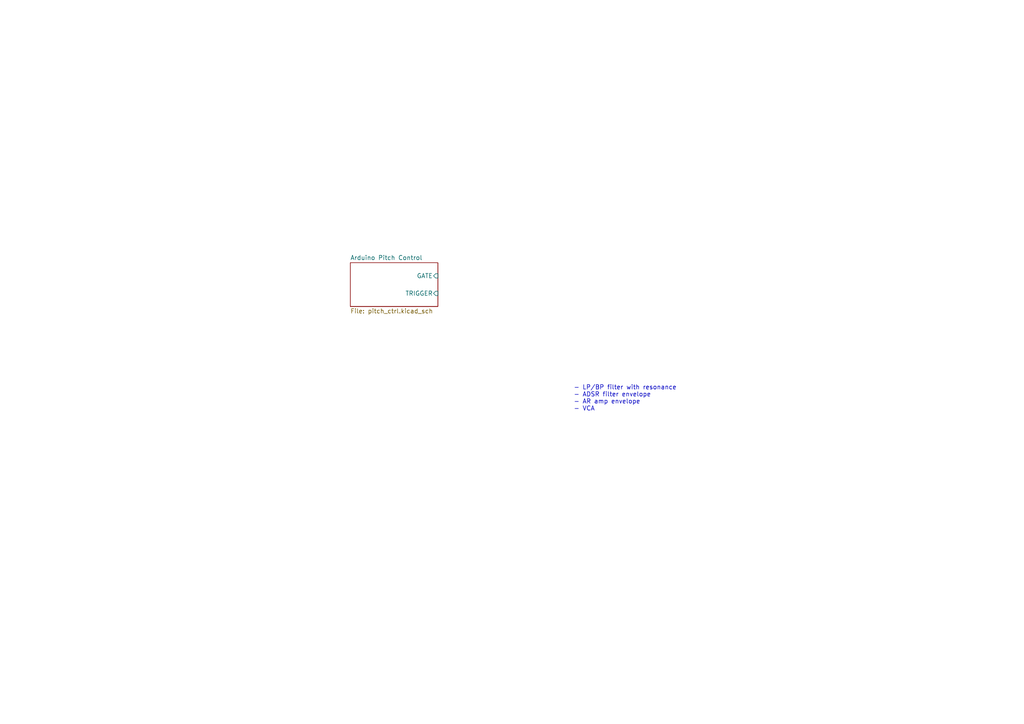
<source format=kicad_sch>
(kicad_sch (version 20211123) (generator eeschema)

  (uuid 66db7fb5-97bd-41d5-8b80-b404e38cc1ef)

  (paper "A4")

  (lib_symbols
  )


  (text "- LP/BP filter with resonance\n- ADSR filter envelope\n- AR amp envelope\n- VCA"
    (at 166.37 119.38 0)
    (effects (font (size 1.27 1.27)) (justify left bottom))
    (uuid b538188c-1fa6-4b6f-b9fa-13f7d454e95a)
  )

  (sheet (at 101.6 76.2) (size 25.4 12.7) (fields_autoplaced)
    (stroke (width 0.1524) (type solid) (color 0 0 0 0))
    (fill (color 0 0 0 0.0000))
    (uuid 70041d28-0d0e-47b2-b2a3-fbd3544e71b8)
    (property "Sheet name" "Arduino Pitch Control" (id 0) (at 101.6 75.4884 0)
      (effects (font (size 1.27 1.27)) (justify left bottom))
    )
    (property "Sheet file" "pitch_ctrl.kicad_sch" (id 1) (at 101.6 89.4846 0)
      (effects (font (size 1.27 1.27)) (justify left top))
    )
    (pin "GATE" input (at 127 80.01 0)
      (effects (font (size 1.27 1.27)) (justify right))
      (uuid f02ed2c1-9f2f-4705-94b7-a7b45f46b7a5)
    )
    (pin "TRIGGER" input (at 127 85.09 0)
      (effects (font (size 1.27 1.27)) (justify right))
      (uuid 3ab52fbd-d656-4a52-83c1-324b52654c3c)
    )
  )

  (sheet_instances
    (path "/" (page "1"))
    (path "/70041d28-0d0e-47b2-b2a3-fbd3544e71b8" (page "2"))
  )

  (symbol_instances
    (path "/70041d28-0d0e-47b2-b2a3-fbd3544e71b8/06165412-a171-47b8-82ec-523e7395e957"
      (reference "#PWR?") (unit 1) (value "GND") (footprint "")
    )
    (path "/70041d28-0d0e-47b2-b2a3-fbd3544e71b8/1a564573-85ac-413f-a3c6-dc13f65ef106"
      (reference "#PWR?") (unit 1) (value "+5V") (footprint "")
    )
    (path "/70041d28-0d0e-47b2-b2a3-fbd3544e71b8/22a0456e-2a10-42fc-8d3f-8358f77af847"
      (reference "#PWR?") (unit 1) (value "GND") (footprint "")
    )
    (path "/70041d28-0d0e-47b2-b2a3-fbd3544e71b8/3d2ee309-bb87-4561-931d-8c2c2b88e863"
      (reference "#PWR?") (unit 1) (value "+5V") (footprint "")
    )
    (path "/70041d28-0d0e-47b2-b2a3-fbd3544e71b8/40818d54-d045-454b-9e95-502943f5905f"
      (reference "#PWR?") (unit 1) (value "GND") (footprint "")
    )
    (path "/70041d28-0d0e-47b2-b2a3-fbd3544e71b8/412fe65a-7dff-4b17-a886-21845953ce89"
      (reference "#PWR?") (unit 1) (value "GND") (footprint "")
    )
    (path "/70041d28-0d0e-47b2-b2a3-fbd3544e71b8/56b4508a-5b52-4b5c-bd76-615bbeb61c1b"
      (reference "#PWR?") (unit 1) (value "GND") (footprint "")
    )
    (path "/70041d28-0d0e-47b2-b2a3-fbd3544e71b8/5b3f1c74-5b08-47cc-a251-5c0a5188a807"
      (reference "#PWR?") (unit 1) (value "+15V") (footprint "")
    )
    (path "/70041d28-0d0e-47b2-b2a3-fbd3544e71b8/5d2e0af0-b202-407c-b2ce-ae9462ba4629"
      (reference "#PWR?") (unit 1) (value "GND") (footprint "")
    )
    (path "/70041d28-0d0e-47b2-b2a3-fbd3544e71b8/5e17ee1e-8e69-44b1-bc59-86e4b12e5a1d"
      (reference "#PWR?") (unit 1) (value "GND") (footprint "")
    )
    (path "/70041d28-0d0e-47b2-b2a3-fbd3544e71b8/604aef91-dffb-45ad-9e29-89309b998afd"
      (reference "#PWR?") (unit 1) (value "+5V") (footprint "")
    )
    (path "/70041d28-0d0e-47b2-b2a3-fbd3544e71b8/632dc8d9-5b94-47c2-84ed-dcbafda008a8"
      (reference "#PWR?") (unit 1) (value "+15V") (footprint "")
    )
    (path "/70041d28-0d0e-47b2-b2a3-fbd3544e71b8/730172a8-ac28-48d1-b7ef-7887099dd045"
      (reference "#PWR?") (unit 1) (value "+5V") (footprint "")
    )
    (path "/70041d28-0d0e-47b2-b2a3-fbd3544e71b8/785deb6b-b31e-42b0-9f05-ac233cecdadc"
      (reference "#PWR?") (unit 1) (value "GND") (footprint "")
    )
    (path "/70041d28-0d0e-47b2-b2a3-fbd3544e71b8/826bbf56-c7e8-4ef0-a42f-b75c4c110278"
      (reference "#PWR?") (unit 1) (value "+5V") (footprint "")
    )
    (path "/70041d28-0d0e-47b2-b2a3-fbd3544e71b8/908651d4-f7cb-475d-bd5b-cba446bee060"
      (reference "#PWR?") (unit 1) (value "GND") (footprint "")
    )
    (path "/70041d28-0d0e-47b2-b2a3-fbd3544e71b8/b4361d21-cdd7-4afc-b74f-d7c9ad829960"
      (reference "#PWR?") (unit 1) (value "GND") (footprint "")
    )
    (path "/70041d28-0d0e-47b2-b2a3-fbd3544e71b8/b6195b23-6718-45e5-82e9-b63795d9c12b"
      (reference "#PWR?") (unit 1) (value "+5V") (footprint "")
    )
    (path "/70041d28-0d0e-47b2-b2a3-fbd3544e71b8/c55b4f89-c7fa-4a6c-8377-9f9d26185960"
      (reference "#PWR?") (unit 1) (value "GND") (footprint "")
    )
    (path "/70041d28-0d0e-47b2-b2a3-fbd3544e71b8/d6c58ee7-6624-42ea-97d6-3d5513844f42"
      (reference "#PWR?") (unit 1) (value "+5V") (footprint "")
    )
    (path "/70041d28-0d0e-47b2-b2a3-fbd3544e71b8/d946937a-839c-471c-b9e0-27c9a840c558"
      (reference "#PWR?") (unit 1) (value "GND") (footprint "")
    )
    (path "/70041d28-0d0e-47b2-b2a3-fbd3544e71b8/e18f28ae-4e98-4e50-8f69-4ee6c476f6dc"
      (reference "#PWR?") (unit 1) (value "+5V") (footprint "")
    )
    (path "/70041d28-0d0e-47b2-b2a3-fbd3544e71b8/fa13348e-d6ba-4ca9-a0ef-0f82c5726989"
      (reference "#PWR?") (unit 1) (value "GND") (footprint "")
    )
    (path "/70041d28-0d0e-47b2-b2a3-fbd3544e71b8/ff360410-573f-4148-a377-df86d9484a45"
      (reference "#PWR?") (unit 1) (value "+15V") (footprint "")
    )
    (path "/70041d28-0d0e-47b2-b2a3-fbd3544e71b8/30c0e7ef-523b-455d-b5ab-a60328d618f1"
      (reference "A?") (unit 1) (value "Arduino_Nano_v3.x") (footprint "Module:Arduino_Nano")
    )
    (path "/70041d28-0d0e-47b2-b2a3-fbd3544e71b8/735b468b-a99a-4074-b637-44ac8936bb32"
      (reference "C?") (unit 1) (value "0.1uF") (footprint "Capacitors_THT:C_Disc_D3.0mm_W1.6mm_P2.50mm")
    )
    (path "/70041d28-0d0e-47b2-b2a3-fbd3544e71b8/a1216d81-0b94-4cbd-948d-9becc7c9a2c1"
      (reference "C?") (unit 1) (value "0.1uF") (footprint "Capacitors_THT:C_Disc_D3.0mm_W1.6mm_P2.50mm")
    )
    (path "/70041d28-0d0e-47b2-b2a3-fbd3544e71b8/cb391593-be60-480f-94a5-ac77471a3ed7"
      (reference "C?") (unit 1) (value "0.1uF") (footprint "Capacitors_THT:C_Disc_D3.0mm_W1.6mm_P2.50mm")
    )
    (path "/70041d28-0d0e-47b2-b2a3-fbd3544e71b8/eae79df9-eb0f-4f09-9101-768f195f0a8c"
      (reference "C?") (unit 1) (value "0.1uF") (footprint "Capacitors_THT:C_Disc_D3.0mm_W1.6mm_P2.50mm")
    )
    (path "/70041d28-0d0e-47b2-b2a3-fbd3544e71b8/749edf9d-ffab-4fdb-9a49-1009a61b5811"
      (reference "D?") (unit 1) (value "1N914") (footprint "Diodes_THT:D_DO-35_SOD27_P7.62mm_Horizontal")
    )
    (path "/70041d28-0d0e-47b2-b2a3-fbd3544e71b8/0acae10b-175e-4506-853c-7f5858babc34"
      (reference "J?") (unit 1) (value "POWER") (footprint "Connector_PinHeader_2.54mm:PinHeader_1x03_P2.54mm_Vertical")
    )
    (path "/70041d28-0d0e-47b2-b2a3-fbd3544e71b8/1c1055d7-4d47-4d0f-af92-69f685e16404"
      (reference "J?") (unit 1) (value "VIBRATO DEPTH") (footprint "Connector_PinHeader_2.54mm:PinHeader_1x03_P2.54mm_Vertical")
    )
    (path "/70041d28-0d0e-47b2-b2a3-fbd3544e71b8/55798bd5-27be-434b-82c6-b4e32b3d9ec7"
      (reference "J?") (unit 1) (value "MIDI IN") (footprint "Connector_PinHeader_2.54mm:PinHeader_1x04_P2.54mm_Vertical")
    )
    (path "/70041d28-0d0e-47b2-b2a3-fbd3544e71b8/8711e3c2-fa8a-4775-93ce-5d6497acb8c8"
      (reference "J?") (unit 1) (value "LEARN") (footprint "")
    )
    (path "/70041d28-0d0e-47b2-b2a3-fbd3544e71b8/88c64f60-0dbc-4a09-ba69-11d3e3bb06bb"
      (reference "J?") (unit 1) (value "SPEED POT") (footprint "Connector_PinHeader_2.54mm:PinHeader_1x03_P2.54mm_Vertical")
    )
    (path "/70041d28-0d0e-47b2-b2a3-fbd3544e71b8/8d948820-dda8-40a3-85b5-64bebfa027cd"
      (reference "J?") (unit 1) (value "LED") (footprint "")
    )
    (path "/70041d28-0d0e-47b2-b2a3-fbd3544e71b8/da8d9262-7e1d-4502-b678-5b144db940bc"
      (reference "J?") (unit 1) (value "GLIDE") (footprint "Connector_PinHeader_2.54mm:PinHeader_1x03_P2.54mm_Vertical")
    )
    (path "/70041d28-0d0e-47b2-b2a3-fbd3544e71b8/fb329522-dece-4009-998d-5c26e0de78df"
      (reference "J?") (unit 1) (value "VIBRATO RATE") (footprint "Connector_PinHeader_2.54mm:PinHeader_1x03_P2.54mm_Vertical")
    )
    (path "/70041d28-0d0e-47b2-b2a3-fbd3544e71b8/28c7f595-eec8-412b-ace0-a412b77801fd"
      (reference "R?") (unit 1) (value "220") (footprint "Resistors_THT:R_Axial_DIN0207_L6.3mm_D2.5mm_P10.16mm_Horizontal")
    )
    (path "/70041d28-0d0e-47b2-b2a3-fbd3544e71b8/bd592582-dbdf-4725-9678-de43875852f4"
      (reference "R?") (unit 1) (value "220") (footprint "Resistors_THT:R_Axial_DIN0207_L6.3mm_D2.5mm_P10.16mm_Horizontal")
    )
    (path "/70041d28-0d0e-47b2-b2a3-fbd3544e71b8/0d104e17-3063-42a1-beb0-7a5564e0e591"
      (reference "U?") (unit 1) (value "6N138") (footprint "Housings_DIP:DIP-8_W7.62mm_Socket")
    )
    (path "/70041d28-0d0e-47b2-b2a3-fbd3544e71b8/11864101-efe2-4e94-a79f-45932256f6f2"
      (reference "U?") (unit 1) (value "MCP41HVx1") (footprint "Package_SO:TSSOP-14_4.4x5mm_P0.65mm")
    )
    (path "/70041d28-0d0e-47b2-b2a3-fbd3544e71b8/8ff86475-8f55-40d5-a668-4d33ffa89ac6"
      (reference "U?") (unit 1) (value "MCP41HVx1") (footprint "Package_SO:TSSOP-14_4.4x5mm_P0.65mm")
    )
  )
)

</source>
